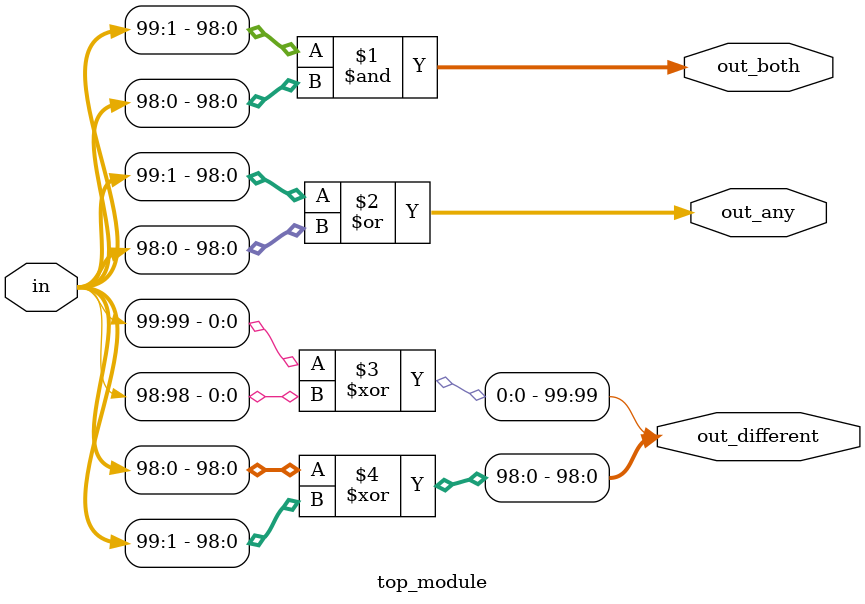
<source format=sv>
module top_module (
    input [99:0] in,
    output [98:0] out_both,
    output [99:0] out_any,
    output [99:0] out_different
);

    // Generate out_both
    assign out_both = in[99:1] & in[98:0];

    // Generate out_any
    assign out_any = in[99:1] | in[98:0];

    // Generate out_different
    assign out_different[99] = in[99] ^ in[98];
    assign out_different[98:0] = in[98:0] ^ in[99:1];

endmodule

</source>
